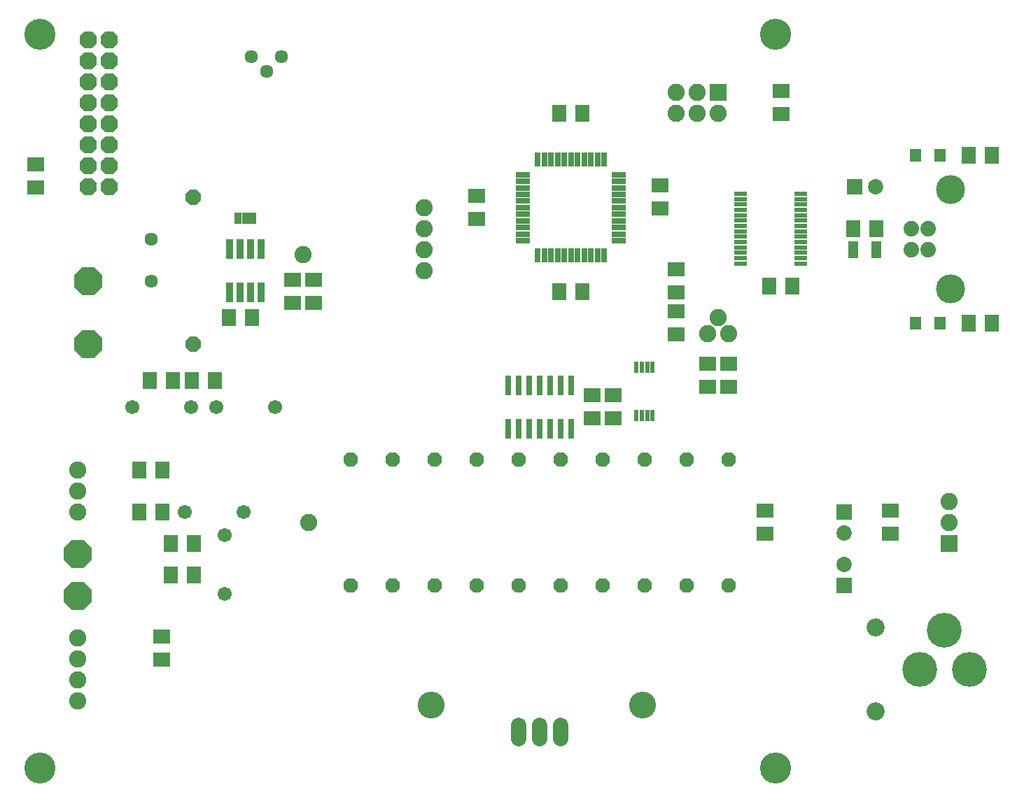
<source format=gts>
G75*
G70*
%OFA0B0*%
%FSLAX24Y24*%
%IPPOS*%
%LPD*%
%AMOC8*
5,1,8,0,0,1.08239X$1,22.5*
%
%ADD10R,0.0671X0.0277*%
%ADD11R,0.0277X0.0671*%
%ADD12R,0.0789X0.0710*%
%ADD13R,0.0820X0.0820*%
%ADD14C,0.0820*%
%ADD15R,0.0710X0.0789*%
%ADD16C,0.0860*%
%ADD17R,0.0730X0.0730*%
%ADD18C,0.0730*%
%ADD19C,0.0674*%
%ADD20R,0.0316X0.0946*%
%ADD21R,0.0218X0.0552*%
%ADD22C,0.0720*%
%ADD23C,0.1280*%
%ADD24R,0.0320X0.0950*%
%ADD25R,0.0630X0.0217*%
%ADD26R,0.0474X0.0789*%
%ADD27R,0.0552X0.0631*%
%ADD28OC8,0.0820*%
%ADD29C,0.1480*%
%ADD30C,0.0740*%
%ADD31C,0.1380*%
%ADD32C,0.1660*%
%ADD33OC8,0.1330*%
%ADD34C,0.0635*%
%ADD35OC8,0.0680*%
%ADD36OC8,0.0720*%
%ADD37R,0.0330X0.0580*%
D10*
X025317Y027526D03*
X025317Y027841D03*
X025317Y028156D03*
X025317Y028471D03*
X025317Y028786D03*
X025317Y029101D03*
X025317Y029416D03*
X025317Y029731D03*
X025317Y030046D03*
X025317Y030361D03*
X025317Y030676D03*
X029884Y030676D03*
X029884Y030361D03*
X029884Y030046D03*
X029884Y029731D03*
X029884Y029416D03*
X029884Y029101D03*
X029884Y028786D03*
X029884Y028471D03*
X029884Y028156D03*
X029884Y027841D03*
X029884Y027526D03*
D11*
X029176Y026817D03*
X028861Y026817D03*
X028546Y026817D03*
X028231Y026817D03*
X027916Y026817D03*
X027601Y026817D03*
X027286Y026817D03*
X026971Y026817D03*
X026656Y026817D03*
X026341Y026817D03*
X026026Y026817D03*
X026026Y031384D03*
X026341Y031384D03*
X026656Y031384D03*
X026971Y031384D03*
X027286Y031384D03*
X027601Y031384D03*
X027916Y031384D03*
X028231Y031384D03*
X028546Y031384D03*
X028861Y031384D03*
X029176Y031384D03*
D12*
X031851Y030152D03*
X031851Y029050D03*
X032601Y026152D03*
X032601Y025050D03*
X032601Y024152D03*
X032601Y023050D03*
X034101Y021652D03*
X035101Y021652D03*
X035101Y020550D03*
X034101Y020550D03*
X029601Y020152D03*
X028601Y020152D03*
X028601Y019050D03*
X029601Y019050D03*
X036851Y014652D03*
X036851Y013550D03*
X042801Y013550D03*
X042801Y014652D03*
X023101Y028550D03*
X023101Y029652D03*
X015351Y025652D03*
X014351Y025652D03*
X014351Y024550D03*
X015351Y024550D03*
X002101Y030050D03*
X002101Y031152D03*
X008101Y008652D03*
X008101Y007550D03*
X037601Y033550D03*
X037601Y034652D03*
D13*
X034601Y034601D03*
X045601Y013101D03*
D14*
X045601Y014101D03*
X045601Y015101D03*
X035101Y023101D03*
X034601Y023851D03*
X034101Y023101D03*
X034601Y033601D03*
X033601Y033601D03*
X032601Y033601D03*
X032601Y034601D03*
X033601Y034601D03*
X020601Y029101D03*
X020601Y028101D03*
X020601Y027101D03*
X020601Y026101D03*
X014851Y026851D03*
X004101Y016601D03*
X004101Y015601D03*
X004101Y014601D03*
X004101Y008601D03*
X004101Y007601D03*
X004101Y006601D03*
X004101Y005601D03*
X015101Y014101D03*
D15*
X009652Y013101D03*
X008550Y013101D03*
X008550Y011601D03*
X009652Y011601D03*
X008152Y014601D03*
X007050Y014601D03*
X007050Y016601D03*
X008152Y016601D03*
X008652Y020851D03*
X009550Y020851D03*
X010652Y020851D03*
X007550Y020851D03*
X011300Y023851D03*
X012402Y023851D03*
X027050Y025101D03*
X028152Y025101D03*
X037050Y025351D03*
X038152Y025351D03*
X041050Y028101D03*
X042152Y028101D03*
X046550Y031601D03*
X047652Y031601D03*
X047652Y023601D03*
X046550Y023601D03*
X028152Y033601D03*
X027050Y033601D03*
D16*
X042101Y009101D03*
X042101Y005101D03*
D17*
X040601Y011101D03*
X040601Y014601D03*
X041101Y030101D03*
D18*
X042101Y030101D03*
X040601Y013601D03*
X040601Y012101D03*
D19*
X013501Y019601D03*
X010701Y019601D03*
X009501Y019601D03*
X006701Y019601D03*
X009201Y014601D03*
X011101Y013501D03*
X012001Y014601D03*
X011101Y010701D03*
D20*
X024601Y018577D03*
X025101Y018577D03*
X025601Y018577D03*
X026101Y018577D03*
X026601Y018577D03*
X027101Y018577D03*
X027601Y018577D03*
X027601Y020624D03*
X027101Y020624D03*
X026601Y020624D03*
X026101Y020624D03*
X025601Y020624D03*
X025101Y020624D03*
X024601Y020624D03*
D21*
X030717Y021502D03*
X030973Y021502D03*
X031229Y021502D03*
X031485Y021502D03*
X031485Y019199D03*
X031229Y019199D03*
X030973Y019199D03*
X030717Y019199D03*
D22*
X027101Y004421D02*
X027101Y003781D01*
X026101Y003781D02*
X026101Y004421D01*
X025101Y004421D02*
X025101Y003781D01*
D23*
X020956Y005410D03*
X030995Y005410D03*
D24*
X012851Y025071D03*
X012351Y025071D03*
X011851Y025071D03*
X011351Y025071D03*
X011351Y027131D03*
X011851Y027131D03*
X012351Y027131D03*
X012851Y027131D03*
D25*
X035661Y027205D03*
X035661Y026949D03*
X035661Y026693D03*
X035661Y026437D03*
X035661Y027461D03*
X035661Y027717D03*
X035661Y027973D03*
X035661Y028229D03*
X035661Y028485D03*
X035661Y028741D03*
X035661Y028996D03*
X035661Y029252D03*
X035661Y029508D03*
X035661Y029764D03*
X038540Y029764D03*
X038540Y029508D03*
X038540Y029252D03*
X038540Y028996D03*
X038540Y028741D03*
X038540Y028485D03*
X038540Y028229D03*
X038540Y027973D03*
X038540Y027717D03*
X038540Y027461D03*
X038540Y027205D03*
X038540Y026949D03*
X038540Y026693D03*
X038540Y026437D03*
D26*
X041050Y027101D03*
X042152Y027101D03*
D27*
X044010Y023601D03*
X045191Y023601D03*
X045191Y031601D03*
X044010Y031601D03*
D28*
X005601Y031101D03*
X005601Y032101D03*
X004601Y032101D03*
X004601Y031101D03*
X004601Y030101D03*
X005601Y030101D03*
X005601Y033101D03*
X005601Y034101D03*
X004601Y034101D03*
X004601Y033101D03*
X004601Y035101D03*
X004601Y036101D03*
X005601Y036101D03*
X005601Y035101D03*
X005601Y037101D03*
X004601Y037101D03*
D29*
X002311Y002381D03*
X037331Y002381D03*
X037331Y037351D03*
X002311Y037351D03*
D30*
X043821Y028093D03*
X044601Y028093D03*
X044601Y027109D03*
X043821Y027109D03*
D31*
X045671Y025231D03*
X045671Y029971D03*
D32*
X045388Y008951D03*
X044207Y007101D03*
X046569Y007101D03*
D33*
X004601Y022601D03*
X004601Y025601D03*
X004101Y012601D03*
X004101Y010601D03*
D34*
X007601Y025601D03*
X007601Y027601D03*
X013101Y035601D03*
X013811Y036311D03*
X012391Y036311D03*
D35*
X017101Y017101D03*
X019101Y017101D03*
X021101Y017101D03*
X023101Y017101D03*
X025101Y017101D03*
X027101Y017101D03*
X029101Y017101D03*
X031101Y017101D03*
X033101Y017101D03*
X035101Y017101D03*
X035101Y011101D03*
X033101Y011101D03*
X031101Y011101D03*
X029101Y011101D03*
X027101Y011101D03*
X025101Y011101D03*
X023101Y011101D03*
X021101Y011101D03*
X019101Y011101D03*
X017101Y011101D03*
D36*
X009601Y022601D03*
X009601Y029601D03*
D37*
X011751Y028601D03*
X012101Y028601D03*
X012451Y028601D03*
M02*

</source>
